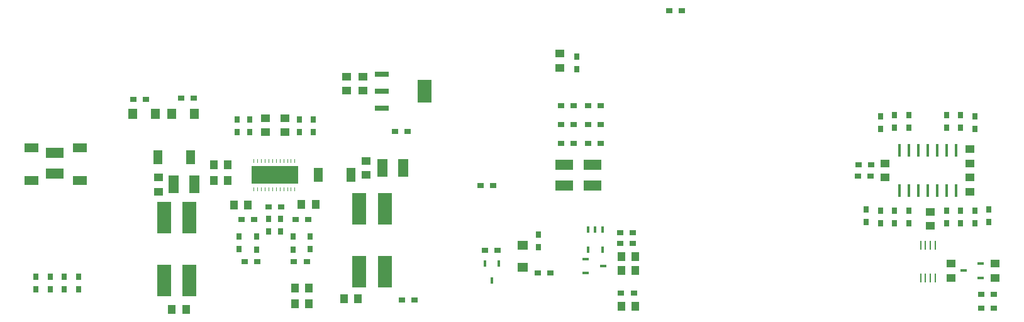
<source format=gbr>
G04 DipTrace 2.4.0.2*
%INTopPaste.gbr*%
%MOIN*%
%ADD67R,0.0156X0.0353*%
%ADD69R,0.0077X0.0471*%
%ADD71R,0.0156X0.0707*%
%ADD73R,0.0766X0.12*%
%ADD75R,0.0766X0.0294*%
%ADD77R,0.2451X0.0959*%
%ADD79R,0.0018X0.0196*%
%ADD82R,0.0766X0.1692*%
%ADD84R,0.055X0.0983*%
%ADD88R,0.0333X0.0176*%
%ADD90R,0.0176X0.0333*%
%ADD103R,0.0747X0.0471*%
%ADD105R,0.055X0.0471*%
%ADD107R,0.0471X0.055*%
%ADD109R,0.0471X0.0747*%
%ADD111R,0.0983X0.055*%
%ADD113R,0.0353X0.0314*%
%ADD115R,0.0314X0.0353*%
%ADD117R,0.0511X0.0432*%
%ADD119R,0.0432X0.0511*%
%FSLAX44Y44*%
G04*
G70*
G90*
G75*
G01*
%LNTopPaste*%
%LPD*%
D119*
X11417Y11024D3*
X12165D3*
X11417Y11850D3*
X12165D3*
D117*
X8500Y11187D3*
Y10439D3*
D119*
X9188Y4188D3*
X9936D3*
X13228Y9724D3*
X12480D3*
D115*
X12751Y8063D3*
Y7394D3*
D113*
X13711Y6729D3*
X13042D3*
D117*
X14134Y13583D3*
Y14331D3*
D115*
X16502Y8063D3*
Y7394D3*
D117*
X15197Y13583D3*
Y14331D3*
D113*
X15667Y6729D3*
X16336D3*
D119*
X16063Y9764D3*
X16811D3*
X19065Y4750D3*
X18316D3*
D117*
X18440Y15778D3*
Y16526D3*
X19316Y15779D3*
Y16528D3*
X19500Y12062D3*
Y11314D3*
D119*
X16457Y5315D3*
X15709D3*
X16457Y4488D3*
X15709D3*
D115*
X46750Y8750D3*
Y9419D3*
D117*
X52812Y5875D3*
Y6623D3*
D115*
X47500Y14500D3*
Y13831D3*
X51750Y8750D3*
Y9419D3*
X51000Y14500D3*
Y13831D3*
D117*
X49375Y8625D3*
Y9373D3*
X50500Y5875D3*
Y6623D3*
X51500Y12687D3*
Y11939D3*
Y11187D3*
Y10439D3*
X47000Y11187D3*
Y11936D3*
X29750Y17000D3*
Y17748D3*
D111*
X31500Y10750D3*
Y11852D3*
X30000Y10750D3*
Y11852D3*
D119*
X33003Y7001D3*
X33751D3*
X33003Y6251D3*
X33751D3*
D111*
X3000Y12500D3*
Y11398D3*
D119*
X33002Y4375D3*
X33750D3*
D109*
X10187Y12250D3*
X8455D3*
D107*
X7126Y14564D3*
X8307D3*
X9188D3*
X10370D3*
D109*
X16939Y11314D3*
X18672D3*
D105*
X27787Y7591D3*
Y6410D3*
D103*
X1750Y12750D3*
Y11018D3*
X4312Y12750D3*
Y11018D3*
D113*
X22062Y4687D3*
X21393D3*
X21687Y13625D3*
X21018D3*
X52750Y4250D3*
X52081D3*
X25562Y10750D3*
X26232D3*
D90*
X26517Y6642D3*
X25769D3*
X26143Y5736D3*
D88*
X31128Y6876D3*
Y6128D3*
X32034Y6502D3*
D113*
X35544Y20024D3*
X36213D3*
D84*
X10375Y10812D3*
X9273D3*
D113*
X7813Y15314D3*
X7144D3*
X9689Y15377D3*
X10358D3*
X12874Y8976D3*
X13543D3*
D115*
X12634Y14270D3*
Y13601D3*
X13322Y13583D3*
Y14252D3*
X13689Y7376D3*
Y8045D3*
X14314Y8313D3*
Y8983D3*
D113*
Y9626D3*
X14983D3*
D115*
X14939Y8313D3*
Y8983D3*
X15627Y7376D3*
Y8045D3*
X15947Y13583D3*
Y14252D3*
D113*
X16417Y8976D3*
X15748D3*
D115*
X16697Y14270D3*
Y13601D3*
D84*
X21437Y11688D3*
X20335D3*
D113*
X52081Y5000D3*
X52750D3*
D115*
X47500Y8750D3*
Y9419D3*
X46000Y9500D3*
Y8831D3*
X46750Y13750D3*
Y14419D3*
X48250Y8750D3*
Y9419D3*
Y14500D3*
Y13831D3*
X51000Y8750D3*
Y9419D3*
X52500Y9498D3*
Y8829D3*
X51750Y13750D3*
Y14419D3*
X50250Y8750D3*
Y9419D3*
Y14500D3*
Y13831D3*
D113*
X46250Y11875D3*
X45581D3*
X45562Y11250D3*
X46232D3*
D115*
X30665Y17585D3*
Y16915D3*
D113*
X30500Y13000D3*
X29831D3*
X30500Y14000D3*
X29831D3*
X30500Y15000D3*
X29831D3*
X31250Y13000D3*
X31919D3*
X31250Y14000D3*
X31919D3*
X31250Y15000D3*
X31919D3*
X32941Y8251D3*
X33610D3*
X33629Y7688D3*
X32959D3*
X26440Y7313D3*
X25771D3*
D115*
X28606Y8148D3*
Y7479D3*
D113*
X29253Y6126D3*
X28584D3*
D115*
X2000Y5250D3*
Y5919D3*
X4250Y5250D3*
Y5919D3*
D113*
X33000Y5062D3*
X33669D3*
D115*
X2750Y5250D3*
Y5919D3*
X3500Y5250D3*
Y5919D3*
D82*
X10126Y9063D3*
X8776D3*
Y5717D3*
X10126D3*
X19127Y6188D3*
X20477D3*
Y9535D3*
X19127D3*
D79*
X13564Y10564D3*
X13761D3*
X13958D3*
X14154D3*
X14351D3*
X14548D3*
X14745D3*
X14942D3*
X15139D3*
X15336D3*
X15532D3*
X15729D3*
Y12060D3*
X15532D3*
X15336D3*
X15139D3*
X14942D3*
X14745D3*
X14548D3*
X14351D3*
X14154D3*
X13958D3*
X13761D3*
X13564D3*
D77*
X14647Y11312D3*
D75*
X20315Y16654D3*
Y15748D3*
Y14843D3*
D73*
X22598Y15748D3*
D88*
X52062Y5875D3*
Y6623D3*
X51157Y6249D3*
D71*
X47750Y10500D3*
X48250D3*
X48750D3*
X49250D3*
X49750D3*
X50250D3*
X50750D3*
Y12626D3*
X50250D3*
X49750D3*
X49250D3*
X48750D3*
X48250D3*
X47750D3*
D69*
X48875Y5875D3*
X49131D3*
X49387D3*
X49643D3*
Y7607D3*
X49387D3*
X49131D3*
X48875D3*
D67*
X32003Y8438D3*
X31629D3*
X31255D3*
Y7375D3*
X32003D3*
M02*

</source>
